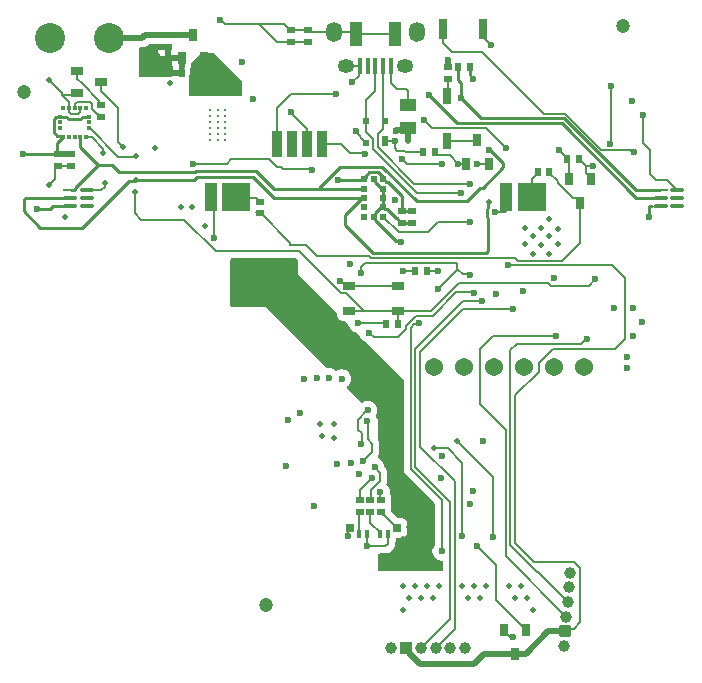
<source format=gbr>
%TF.GenerationSoftware,KiCad,Pcbnew,9.0.6*%
%TF.CreationDate,2025-12-03T15:23:28+01:00*%
%TF.ProjectId,Spinmodule,5370696e-6d6f-4647-956c-652e6b696361,rev?*%
%TF.SameCoordinates,Original*%
%TF.FileFunction,Copper,L1,Top*%
%TF.FilePolarity,Positive*%
%FSLAX46Y46*%
G04 Gerber Fmt 4.6, Leading zero omitted, Abs format (unit mm)*
G04 Created by KiCad (PCBNEW 9.0.6) date 2025-12-03 15:23:28*
%MOMM*%
%LPD*%
G01*
G04 APERTURE LIST*
G04 Aperture macros list*
%AMRoundRect*
0 Rectangle with rounded corners*
0 $1 Rounding radius*
0 $2 $3 $4 $5 $6 $7 $8 $9 X,Y pos of 4 corners*
0 Add a 4 corners polygon primitive as box body*
4,1,4,$2,$3,$4,$5,$6,$7,$8,$9,$2,$3,0*
0 Add four circle primitives for the rounded corners*
1,1,$1+$1,$2,$3*
1,1,$1+$1,$4,$5*
1,1,$1+$1,$6,$7*
1,1,$1+$1,$8,$9*
0 Add four rect primitives between the rounded corners*
20,1,$1+$1,$2,$3,$4,$5,0*
20,1,$1+$1,$4,$5,$6,$7,0*
20,1,$1+$1,$6,$7,$8,$9,0*
20,1,$1+$1,$8,$9,$2,$3,0*%
%AMRotRect*
0 Rectangle, with rotation*
0 The origin of the aperture is its center*
0 $1 length*
0 $2 width*
0 $3 Rotation angle, in degrees counterclockwise*
0 Add horizontal line*
21,1,$1,$2,0,0,$3*%
%AMFreePoly0*
4,1,7,0.580000,-0.250000,0.500000,-0.250000,0.500000,-0.500000,0.000000,-0.500000,0.000000,0.000000,0.580000,0.000000,0.580000,-0.250000,0.580000,-0.250000,$1*%
G04 Aperture macros list end*
%TA.AperFunction,SMDPad,CuDef*%
%ADD10R,0.800000X1.700000*%
%TD*%
%TA.AperFunction,SMDPad,CuDef*%
%ADD11R,1.050000X0.650000*%
%TD*%
%TA.AperFunction,SMDPad,CuDef*%
%ADD12R,2.329990X2.380010*%
%TD*%
%TA.AperFunction,SMDPad,CuDef*%
%ADD13R,1.100000X2.380010*%
%TD*%
%TA.AperFunction,SMDPad,CuDef*%
%ADD14R,0.660000X0.660000*%
%TD*%
%TA.AperFunction,SMDPad,CuDef*%
%ADD15R,0.400000X0.800000*%
%TD*%
%TA.AperFunction,ComponentPad*%
%ADD16C,2.540000*%
%TD*%
%TA.AperFunction,SMDPad,CuDef*%
%ADD17R,0.450000X0.350000*%
%TD*%
%TA.AperFunction,SMDPad,CuDef*%
%ADD18R,0.350000X0.450000*%
%TD*%
%TA.AperFunction,ComponentPad*%
%ADD19C,0.250000*%
%TD*%
%TA.AperFunction,SMDPad,CuDef*%
%ADD20R,1.308720X0.292470*%
%TD*%
%TA.AperFunction,SMDPad,CuDef*%
%ADD21RoundRect,0.146235X-0.508125X-0.000010X0.508125X-0.000010X0.508125X0.000010X-0.508125X0.000010X0*%
%TD*%
%TA.AperFunction,SMDPad,CuDef*%
%ADD22C,0.450000*%
%TD*%
%TA.AperFunction,SMDPad,CuDef*%
%ADD23R,0.500000X0.500000*%
%TD*%
%TA.AperFunction,SMDPad,CuDef*%
%ADD24FreePoly0,90.000000*%
%TD*%
%TA.AperFunction,SMDPad,CuDef*%
%ADD25R,0.700000X1.000000*%
%TD*%
%TA.AperFunction,SMDPad,CuDef*%
%ADD26R,0.700000X0.600000*%
%TD*%
%TA.AperFunction,SMDPad,CuDef*%
%ADD27R,0.600000X0.700000*%
%TD*%
%TA.AperFunction,ComponentPad*%
%ADD28C,1.540000*%
%TD*%
%TA.AperFunction,SMDPad,CuDef*%
%ADD29C,1.200000*%
%TD*%
%TA.AperFunction,SMDPad,CuDef*%
%ADD30R,1.450000X1.000000*%
%TD*%
%TA.AperFunction,SMDPad,CuDef*%
%ADD31R,0.750000X1.350000*%
%TD*%
%TA.AperFunction,SMDPad,CuDef*%
%ADD32R,0.900000X2.200000*%
%TD*%
%TA.AperFunction,SMDPad,CuDef*%
%ADD33R,0.400000X1.350000*%
%TD*%
%TA.AperFunction,ComponentPad*%
%ADD34O,1.325000X1.700000*%
%TD*%
%TA.AperFunction,ComponentPad*%
%ADD35O,1.400000X1.150000*%
%TD*%
%TA.AperFunction,SMDPad,CuDef*%
%ADD36R,1.100000X2.100000*%
%TD*%
%TA.AperFunction,SMDPad,CuDef*%
%ADD37R,0.600000X0.900000*%
%TD*%
%TA.AperFunction,SMDPad,CuDef*%
%ADD38R,0.600000X0.500000*%
%TD*%
%TA.AperFunction,SMDPad,CuDef*%
%ADD39R,1.000000X0.700000*%
%TD*%
%TA.AperFunction,ComponentPad*%
%ADD40C,1.000000*%
%TD*%
%TA.AperFunction,ComponentPad*%
%ADD41R,1.000000X1.000000*%
%TD*%
%TA.AperFunction,ComponentPad*%
%ADD42RotRect,1.000000X1.000000X85.000000*%
%TD*%
%TA.AperFunction,ViaPad*%
%ADD43C,0.600000*%
%TD*%
%TA.AperFunction,ViaPad*%
%ADD44C,0.500000*%
%TD*%
%TA.AperFunction,Conductor*%
%ADD45C,0.200000*%
%TD*%
%TA.AperFunction,Conductor*%
%ADD46C,0.500000*%
%TD*%
%TA.AperFunction,Conductor*%
%ADD47C,0.250000*%
%TD*%
G04 APERTURE END LIST*
D10*
%TO.P,S1,2,2*%
%TO.N,/logic/ESP32_EN*%
X155149260Y-78859370D03*
%TO.P,S1,1,1*%
%TO.N,GND*%
X158549260Y-78859370D03*
%TD*%
D11*
%TO.P,S2,1,1*%
%TO.N,GND*%
X147234240Y-100614370D03*
X151384240Y-100614370D03*
%TO.P,S2,3,3*%
%TO.N,/logic/FREQ*%
X147234240Y-102764370D03*
X151384240Y-102764370D03*
%TD*%
D12*
%TO.P,D5,1,K*%
%TO.N,Net-(D5-K)*%
X137682750Y-93125380D03*
D13*
%TO.P,D5,2,A*%
%TO.N,VCC*%
X135507740Y-93125380D03*
%TD*%
D14*
%TO.P,D4,6,K*%
%TO.N,GND*%
X147291260Y-121120390D03*
D15*
%TO.P,D4,2,K*%
X150521260Y-121690390D03*
%TO.P,D4,3,A*%
%TO.N,Net-(D4-A-Pad3)*%
X149841260Y-121690390D03*
%TO.P,D4,4,K*%
%TO.N,GND*%
X148781260Y-121690390D03*
D14*
%TO.P,D4,1,A*%
%TO.N,Net-(D4-A-Pad1)*%
X151331260Y-121120390D03*
D15*
%TO.P,D4,5,A*%
%TO.N,Net-(D4-A-Pad5)*%
X148101260Y-121690390D03*
%TD*%
D12*
%TO.P,D3,1,K*%
%TO.N,Net-(D3-K)*%
X162682750Y-93125380D03*
D13*
%TO.P,D3,2,A*%
%TO.N,VCC*%
X160507740Y-93125380D03*
%TD*%
D16*
%TO.P,BT1,2,-*%
%TO.N,GND*%
X121892160Y-79689360D03*
%TO.P,BT1,1,+*%
%TO.N,BAT+*%
X126892160Y-79689360D03*
%TD*%
D17*
%TO.P,U11,16,ADC1*%
%TO.N,unconnected-(U11-ADC1-Pad16)*%
X122767950Y-87303600D03*
%TO.P,U11,15,ADC2*%
%TO.N,unconnected-(U11-ADC2-Pad15)*%
X122767950Y-86803600D03*
%TO.P,U11,14,Vdd*%
%TO.N,VCC*%
X122767950Y-86303600D03*
D18*
%TO.P,U11,13,ADC3*%
%TO.N,unconnected-(U11-ADC3-Pad13)*%
X122992950Y-85578600D03*
%TO.P,U11,12,GND*%
%TO.N,GND*%
X123492950Y-85578600D03*
%TO.P,U11,11,INT1*%
%TO.N,Net-(U11-INT1)*%
X123992950Y-85578600D03*
%TO.P,U11,10,RES*%
%TO.N,GND*%
X124492950Y-85578600D03*
%TO.P,U11,9,INT2*%
%TO.N,unconnected-(U11-INT2-Pad9)*%
X124992950Y-85578600D03*
D17*
%TO.P,U11,8,CS*%
%TO.N,VCC*%
X125217950Y-86303600D03*
%TO.P,U11,7,SDO/SA0*%
%TO.N,unconnected-(U11-SDO{slash}SA0-Pad7)*%
X125217950Y-86803600D03*
%TO.P,U11,6,SDA/SDI/SDO*%
%TO.N,/logic/SDA*%
X125217950Y-87303600D03*
D18*
%TO.P,U11,5,GND*%
%TO.N,GND*%
X124992950Y-88028600D03*
%TO.P,U11,4,SCL/SPC*%
%TO.N,/logic/SCL*%
X124492950Y-88028600D03*
%TO.P,U11,3,NC*%
%TO.N,unconnected-(U11-NC-Pad3)*%
X123992950Y-88028600D03*
%TO.P,U11,2,NC*%
%TO.N,unconnected-(U11-NC-Pad2)*%
X123492950Y-88028600D03*
%TO.P,U11,1,Vdd_IO*%
%TO.N,VCC*%
X122992950Y-88028600D03*
%TD*%
D19*
%TO.P,U10,21,PGND*%
%TO.N,GND*%
X135492950Y-85728600D03*
X136692950Y-85728600D03*
X136092950Y-85728600D03*
X135492950Y-86238600D03*
X136692950Y-86238600D03*
X136092950Y-86238600D03*
X135492950Y-86748600D03*
X135492950Y-87258600D03*
X135492950Y-87768600D03*
X136692950Y-86748600D03*
X136692950Y-87258600D03*
X136692950Y-87768600D03*
X136692950Y-88278600D03*
X136092950Y-88278600D03*
X136092950Y-86748600D03*
X136092950Y-87258600D03*
X135492950Y-88278600D03*
X136092950Y-87768600D03*
%TD*%
D20*
%TO.P,U8,1,SCL*%
%TO.N,/logic/SCL_1*%
X173616240Y-92553600D03*
D21*
%TO.P,U8,2,SDA*%
%TO.N,/logic/SDA_1*%
X173616240Y-93203600D03*
%TO.P,U8,3,VDD*%
%TO.N,VCC*%
X173616240Y-93853600D03*
%TO.P,U8,4,INT*%
%TO.N,unconnected-(U8-INT-Pad4)*%
X175019660Y-93853600D03*
%TO.P,U8,5,NC*%
%TO.N,unconnected-(U8-NC-Pad5)*%
X175019660Y-93203600D03*
%TO.P,U8,6,GND*%
%TO.N,GND*%
X175019660Y-92553600D03*
%TD*%
D20*
%TO.P,U7,1,SCL*%
%TO.N,/logic/SCL*%
X123616240Y-92553600D03*
D21*
%TO.P,U7,2,SDA*%
%TO.N,/logic/SDA*%
X123616240Y-93203600D03*
%TO.P,U7,3,VDD*%
%TO.N,VCC*%
X123616240Y-93853600D03*
%TO.P,U7,4,INT*%
%TO.N,unconnected-(U7-INT-Pad4)*%
X125019660Y-93853600D03*
%TO.P,U7,5,NC*%
%TO.N,unconnected-(U7-NC-Pad5)*%
X125019660Y-93203600D03*
%TO.P,U7,6,GND*%
%TO.N,GND*%
X125019660Y-92553600D03*
%TD*%
D22*
%TO.P,U6,1,AVDDVCSEL*%
%TO.N,VCC*%
X150117950Y-91603600D03*
D23*
%TO.P,U6,12,GND4*%
%TO.N,GND*%
X149317950Y-91603600D03*
%TO.P,U6,6,GND3*%
X149317950Y-94803600D03*
%TO.P,U6,11,AVDD*%
%TO.N,VCC*%
X148517950Y-91603600D03*
%TO.P,U6,10,SCL*%
%TO.N,/logic/SCL*%
X148517950Y-92403600D03*
%TO.P,U6,9,SDA*%
%TO.N,/logic/SDA*%
X148517950Y-93203600D03*
%TO.P,U6,8,NC*%
%TO.N,unconnected-(U6-NC-Pad8)*%
X148517950Y-94003600D03*
%TO.P,U6,7,GPIO1*%
%TO.N,unconnected-(U6-GPIO1-Pad7)*%
X148517950Y-94803600D03*
%TO.P,U6,5,~{XSHUT}*%
%TO.N,SMPS_EN*%
X150117950Y-94803600D03*
%TO.P,U6,4,GND2*%
%TO.N,GND*%
X150117950Y-94003600D03*
%TO.P,U6,3,GND*%
X150117950Y-93203600D03*
%TO.P,U6,2,AVSSVCSEL*%
X150117950Y-92403600D03*
D24*
%TO.P,U6,1,AVDDVCSEL*%
%TO.N,VCC*%
X149867950Y-91853600D03*
%TD*%
D25*
%TO.P,U3,3,VIN*%
%TO.N,BAT+*%
X134025430Y-79375550D03*
%TO.P,U3,2,VOUT*%
%TO.N,VCC*%
X134975430Y-81375550D03*
%TO.P,U3,1,VSS*%
%TO.N,GND*%
X133075430Y-81375550D03*
%TD*%
D26*
%TO.P,R23,1,1*%
%TO.N,/logic/BLUE*%
X149942950Y-118803600D03*
%TO.P,R23,2,2*%
%TO.N,Net-(D4-A-Pad1)*%
X149942950Y-119803600D03*
%TD*%
%TO.P,R22,1,1*%
%TO.N,/logic/RED*%
X149042950Y-118803600D03*
%TO.P,R22,2,2*%
%TO.N,Net-(D4-A-Pad3)*%
X149042950Y-119803600D03*
%TD*%
%TO.P,R21,1,1*%
%TO.N,/logic/LIGHT_GND*%
X139692950Y-94503600D03*
%TO.P,R21,2,2*%
%TO.N,Net-(D5-K)*%
X139692950Y-93503600D03*
%TD*%
%TO.P,R20,1,1*%
%TO.N,/logic/GREEN*%
X148142950Y-118803600D03*
%TO.P,R20,2,2*%
%TO.N,Net-(D4-A-Pad5)*%
X148142950Y-119803600D03*
%TD*%
D27*
%TO.P,R13,1,1*%
%TO.N,/logic/LIGHT_GND*%
X164192950Y-91003600D03*
%TO.P,R13,2,2*%
%TO.N,Net-(D3-K)*%
X163192950Y-91003600D03*
%TD*%
%TO.P,R12,1,1*%
%TO.N,/logic/FREQ*%
X151392950Y-103903600D03*
%TO.P,R12,2,2*%
%TO.N,VCC*%
X150392950Y-103903600D03*
%TD*%
D26*
%TO.P,R1,2,2*%
%TO.N,Net-(D1-A)*%
X155592950Y-83103600D03*
%TO.P,R1,1,1*%
%TO.N,VCC*%
X155592950Y-82103600D03*
%TD*%
D25*
%TO.P,Q4,3,D*%
%TO.N,/logic/LIGHT_GND*%
X166792950Y-93603600D03*
%TO.P,Q4,2,S*%
%TO.N,GND*%
X165842950Y-91603600D03*
%TO.P,Q4,1,G*%
%TO.N,/logic/EN_LIGHT*%
X167742950Y-91603600D03*
%TD*%
%TO.P,Q3,3,D*%
%TO.N,PGND*%
X161292950Y-131803600D03*
%TO.P,Q3,2,S*%
%TO.N,GND*%
X160342950Y-129803600D03*
%TO.P,Q3,1,G*%
%TO.N,SMPS_EN*%
X162242950Y-129803600D03*
%TD*%
%TO.P,Q1,3,D*%
%TO.N,Net-(D1-K)*%
X158092950Y-88303600D03*
%TO.P,Q1,2,S*%
%TO.N,GND*%
X159042950Y-90303600D03*
%TO.P,Q1,1,G*%
%TO.N,/logic/IR_TX*%
X157142950Y-90303600D03*
%TD*%
D28*
%TO.P,P3,1,1*%
%TO.N,/logic/ESP32_EN*%
X167092950Y-107503600D03*
%TO.P,P3,5,5*%
%TO.N,VCC*%
X156932950Y-107503600D03*
%TO.P,P3,2,2*%
%TO.N,/logic/ESP32_IO0*%
X164552950Y-107503600D03*
%TO.P,P3,3,3*%
%TO.N,/logic/ESP32_U0RXD*%
X162012950Y-107503600D03*
%TO.P,P3,4,4*%
%TO.N,Net-(P3-Pad4)*%
X159472950Y-107503600D03*
%TO.P,P3,6,6*%
%TO.N,GND*%
X154392950Y-107503600D03*
%TD*%
D29*
%TO.P,FD5,*%
%TO.N,*%
X170392950Y-78603600D03*
%TD*%
%TO.P,FD2,*%
%TO.N,*%
X119692950Y-84203600D03*
%TD*%
%TO.P,FD1,*%
%TO.N,*%
X140192950Y-127703600D03*
%TD*%
D30*
%TO.P,F1,2,2*%
%TO.N,/power/fuse*%
X152192950Y-85353600D03*
%TO.P,F1,1,1*%
%TO.N,+5*%
X152192950Y-87253600D03*
%TD*%
D26*
%TO.P,C41,2,2*%
%TO.N,VCC*%
X152592950Y-94303600D03*
%TO.P,C41,1,1*%
%TO.N,GND*%
X152592950Y-95303600D03*
%TD*%
%TO.P,C3,2,2*%
%TO.N,BAT+*%
X131892950Y-79403600D03*
%TO.P,C3,1,1*%
%TO.N,GND*%
X131892950Y-80403600D03*
%TD*%
D27*
%TO.P,C2,2,2*%
%TO.N,VCC*%
X134092950Y-82603600D03*
%TO.P,C2,1,1*%
%TO.N,GND*%
X133092950Y-82603600D03*
%TD*%
D26*
%TO.P,C42,1,1*%
%TO.N,GND*%
X122592950Y-90503600D03*
%TO.P,C42,2,2*%
%TO.N,VCC*%
X122592950Y-89503600D03*
%TD*%
%TO.P,R35,1,1*%
%TO.N,Net-(U11-INT1)*%
X126192950Y-86303600D03*
%TO.P,R35,2,2*%
%TO.N,Net-(Q5-G)*%
X126192950Y-85303600D03*
%TD*%
%TO.P,C40,1,1*%
%TO.N,GND*%
X151692950Y-95303600D03*
%TO.P,C40,2,2*%
%TO.N,VCC*%
X151692950Y-94303600D03*
%TD*%
%TO.P,C60,1,1*%
%TO.N,GND*%
X142292950Y-79003600D03*
%TO.P,C60,2,2*%
X142292950Y-80003600D03*
%TD*%
D31*
%TO.P,D1,1,A*%
%TO.N,Net-(D1-A)*%
X155559230Y-84539370D03*
%TO.P,D1,2,K*%
%TO.N,Net-(D1-K)*%
X155559230Y-88339360D03*
%TD*%
D27*
%TO.P,R34,1,1*%
%TO.N,GND*%
X153492950Y-89303600D03*
%TO.P,R34,2,2*%
%TO.N,/logic/IR_TX*%
X154492950Y-89303600D03*
%TD*%
D32*
%TO.P,U1,1,GND*%
%TO.N,PGND*%
X141153520Y-88661390D03*
%TO.P,U1,2,NC*%
%TO.N,unconnected-(U1-NC-Pad2)*%
X142423520Y-88661390D03*
%TO.P,U1,3,VS*%
%TO.N,VCC*%
X143693520Y-88661390D03*
%TO.P,U1,4,OUT*%
%TO.N,/logic/IR_RX*%
X144963520Y-88661390D03*
%TD*%
D27*
%TO.P,R29,1,1*%
%TO.N,CRG_STDBY*%
X153792960Y-99403600D03*
%TO.P,R29,2,2*%
%TO.N,VCC*%
X152792970Y-99403600D03*
%TD*%
D33*
%TO.P,USB1,1,VCC*%
%TO.N,/power/fuse*%
X150744950Y-82053600D03*
%TO.P,USB1,2,D-*%
%TO.N,D_N*%
X150094950Y-82053600D03*
%TO.P,USB1,3,D+*%
%TO.N,D_P*%
X149444950Y-82053600D03*
%TO.P,USB1,4,ID*%
%TO.N,unconnected-(USB1-ID-Pad4)*%
X148794940Y-82053600D03*
%TO.P,USB1,5,GND*%
%TO.N,GND*%
X148144950Y-82053600D03*
D34*
%TO.P,USB1,6,SHIELD*%
X152944950Y-79153600D03*
D35*
X151944950Y-82053600D03*
D36*
X151094940Y-79353600D03*
X147794950Y-79353600D03*
D35*
X146944950Y-82053600D03*
D34*
X145944940Y-79153600D03*
%TD*%
D27*
%TO.P,R33,1,1*%
%TO.N,GND*%
X165692950Y-89903600D03*
%TO.P,R33,2,2*%
%TO.N,/logic/EN_LIGHT*%
X166692950Y-89903600D03*
%TD*%
D37*
%TO.P,U2,1,GND*%
%TO.N,GND*%
X150292940Y-88353590D03*
D38*
%TO.P,U2,2,I/O_1*%
%TO.N,D_N*%
X150292940Y-86653620D03*
%TO.P,U2,3,I/O_2*%
%TO.N,D_P*%
X148692950Y-86653620D03*
%TO.P,U2,4,Vcc*%
%TO.N,+5*%
X148692950Y-88553590D03*
%TD*%
D39*
%TO.P,Q5,1,G*%
%TO.N,Net-(Q5-G)*%
X124192950Y-82453600D03*
%TO.P,Q5,2,S*%
%TO.N,GND*%
X124192950Y-84353600D03*
%TO.P,Q5,3,D*%
%TO.N,/logic/FREQ*%
X126192950Y-83403600D03*
%TD*%
D27*
%TO.P,R31,1,1*%
%TO.N,VCC*%
X157492930Y-82103610D03*
%TO.P,R31,2,2*%
%TO.N,/logic/SCL_1*%
X156492930Y-82103610D03*
%TD*%
D26*
%TO.P,C43,1,1*%
%TO.N,VCC*%
X123692950Y-89503600D03*
%TO.P,C43,2,2*%
%TO.N,GND*%
X123692950Y-90503600D03*
%TD*%
%TO.P,R40,1,1*%
%TO.N,GND*%
X143792950Y-80003600D03*
%TO.P,R40,2,2*%
X143792950Y-79003600D03*
%TD*%
D40*
%TO.P,P2,1,M1*%
%TO.N,/power/ENCB-M1*%
X150809280Y-131289340D03*
D41*
%TO.P,P2,2,GND*%
%TO.N,PGND*%
X152059260Y-131289340D03*
D40*
%TO.P,P2,3,ENC1*%
%TO.N,ENCB-OUTB*%
X153309250Y-131289340D03*
%TO.P,P2,4,ENC2*%
%TO.N,ENCB-OUTA*%
X154559280Y-131289340D03*
%TO.P,P2,5,VCC*%
%TO.N,VCC*%
X155809270Y-131289340D03*
%TO.P,P2,6,M2*%
%TO.N,/power/ENCB-M2*%
X157059250Y-131289340D03*
%TD*%
%TO.P,P1,1,M1*%
%TO.N,/power/ENCA-M1*%
X165410160Y-131141660D03*
D42*
%TO.P,P1,2,GND*%
%TO.N,PGND*%
X165519130Y-129896460D03*
D40*
%TO.P,P1,3,ENC1*%
%TO.N,ENCA-OUTB*%
X165628090Y-128651200D03*
%TO.P,P1,4,ENC2*%
%TO.N,ENCA-OUTA*%
X165737008Y-127405940D03*
%TO.P,P1,5,VCC*%
%TO.N,VCC*%
X165845970Y-126160730D03*
%TO.P,P1,6,M2*%
%TO.N,/power/ENCA-M2*%
X165954890Y-124915470D03*
%TD*%
D43*
%TO.N,NRF_CE*%
X148892950Y-104603600D03*
X157819410Y-101277040D03*
%TO.N,/logic/SCL_1*%
X156692930Y-84703610D03*
%TO.N,/logic/SDA_1*%
X153988950Y-84503610D03*
%TO.N,Net-(P3-Pad4)*%
X169349140Y-88603580D03*
X159676970Y-101295600D03*
X169392930Y-83703610D03*
D44*
%TO.N,MB_CW*%
X154396920Y-114403570D03*
D43*
X156817950Y-121819660D03*
D44*
%TO.N,MA_CW*%
X156392960Y-113803580D03*
D43*
X159392950Y-121903590D03*
%TO.N,/logic/ESP32_U0RXD*%
X162000660Y-101095860D03*
%TO.N,/logic/ESP32_IO0*%
X164592940Y-99961590D03*
%TO.N,/logic/ESP32_EN*%
X171359260Y-89299370D03*
D44*
%TO.N,+12*%
X140309270Y-101089350D03*
X151809270Y-122089360D03*
X141309270Y-101089350D03*
X153309300Y-123089360D03*
X154809270Y-124089360D03*
X142309270Y-101089350D03*
X152309300Y-123089360D03*
X151809270Y-124089360D03*
X152809270Y-122089360D03*
X138309280Y-101089350D03*
X139309270Y-101089350D03*
X153309300Y-121089360D03*
X152309300Y-121089360D03*
X153809270Y-122089360D03*
X152809270Y-124089360D03*
X153809270Y-124089360D03*
D43*
%TO.N,VCC*%
X143092960Y-111432590D03*
X170792930Y-107603590D03*
X145492950Y-108403590D03*
X151805410Y-99416050D03*
X147992950Y-103803600D03*
X119592950Y-89503600D03*
X155592960Y-81503620D03*
X159592950Y-94403600D03*
D44*
X136892950Y-82603600D03*
D43*
X172587190Y-94789190D03*
X157692930Y-83103610D03*
X120792950Y-94103600D03*
X157692930Y-118003620D03*
X142292950Y-85903600D03*
X135792950Y-96603600D03*
X154980510Y-116916040D03*
X146203390Y-115689170D03*
X146292950Y-91703590D03*
X151092950Y-93382080D03*
X169692960Y-102503570D03*
%TO.N,SMPS_EN*%
X153192960Y-103818380D03*
X148269480Y-99527060D03*
X155092940Y-123103580D03*
X157446950Y-99703600D03*
X158092950Y-122703600D03*
X154792950Y-100903600D03*
X157446950Y-95207600D03*
X133986070Y-90286990D03*
X144092950Y-90803600D03*
D44*
%TO.N,/logic/SDA*%
X159063930Y-93549590D03*
X129192950Y-91703600D03*
X129181500Y-89653600D03*
D43*
%TO.N,/logic/SCL*%
X159092930Y-89103600D03*
%TO.N,/logic/RED*%
X149392970Y-116003620D03*
%TO.N,PGND*%
X153592960Y-86603580D03*
X160692920Y-98907600D03*
X146092950Y-84403580D03*
X160492920Y-89003570D03*
%TO.N,/logic/MISO*%
X148226380Y-114037030D03*
X148815990Y-111184480D03*
%TO.N,/logic/IR_TX*%
X156492930Y-90303600D03*
%TO.N,/logic/IR_RX*%
X148573920Y-89449600D03*
%TO.N,/logic/GREEN*%
X149180480Y-116891150D03*
%TO.N,GND*%
X158592950Y-113803580D03*
D44*
X131065960Y-81330590D03*
D43*
X147359470Y-115670120D03*
D44*
X126592950Y-91903600D03*
X158309290Y-127089350D03*
D43*
X172092950Y-86203580D03*
D44*
X162809300Y-128089350D03*
X164192940Y-97903580D03*
D43*
X157471950Y-119103590D03*
X147480530Y-83416070D03*
X151092940Y-88403580D03*
D44*
X145992930Y-113503600D03*
D43*
X142092960Y-112006580D03*
D44*
X156809260Y-126089350D03*
X162092970Y-95703590D03*
X121792950Y-92103600D03*
X144792930Y-112330580D03*
X154309290Y-127089350D03*
X164892970Y-97103580D03*
D43*
X146592930Y-108503610D03*
D44*
X162792950Y-97903580D03*
X126439260Y-89409370D03*
X144938530Y-113358000D03*
D43*
X158092930Y-90303600D03*
D44*
X145992930Y-112303600D03*
X162792950Y-96403610D03*
D43*
X147141260Y-121855270D03*
D44*
X163492970Y-95703590D03*
X153309300Y-127089350D03*
X152809270Y-126089350D03*
X132992950Y-94003600D03*
D43*
X138192950Y-81703600D03*
D44*
X154809270Y-126089350D03*
D43*
X144492960Y-108403590D03*
D44*
X157309290Y-127089350D03*
X164892970Y-95803610D03*
D43*
X170792930Y-106703620D03*
D44*
X161309280Y-127089350D03*
X162092970Y-97103580D03*
X158809310Y-126089350D03*
X153809270Y-126089350D03*
X132092950Y-83503600D03*
D43*
X147292950Y-98803600D03*
D44*
X160809310Y-126089350D03*
D43*
X143392930Y-108503610D03*
D44*
X164192940Y-95003610D03*
X161809300Y-126089350D03*
D43*
X151592950Y-96903600D03*
D44*
X152309300Y-127089350D03*
D43*
X171230930Y-104903620D03*
X144292950Y-119303600D03*
X155092940Y-115057570D03*
X171192930Y-85003580D03*
D44*
X151809270Y-126089350D03*
X121792950Y-83203600D03*
D43*
X171230930Y-102503620D03*
X161092920Y-130403590D03*
D44*
X134992950Y-95603600D03*
X157809310Y-126089350D03*
X123192950Y-94803600D03*
X164192940Y-96403610D03*
D43*
X139092950Y-84853600D03*
X146466170Y-100251930D03*
X148064450Y-116596460D03*
X159249260Y-80259370D03*
X164992930Y-89103580D03*
X136280530Y-78116070D03*
X141892960Y-115903600D03*
X148781240Y-122691900D03*
D44*
X151809270Y-128089350D03*
X163492970Y-97203610D03*
X130792950Y-89003600D03*
D43*
X171992930Y-103703620D03*
D44*
X162309280Y-127089350D03*
X133892950Y-94003600D03*
%TO.N,/logic/FREQ*%
X129092950Y-92703600D03*
D43*
X168092960Y-100057600D03*
D44*
X128092950Y-88903600D03*
D43*
%TO.N,ENCB-OUTB*%
X158492930Y-101949600D03*
%TO.N,ENCB-OUTA*%
X161092920Y-102603600D03*
%TO.N,ENCA-OUTB*%
X164792940Y-104903620D03*
%TO.N,ENCA-OUTA*%
X167392940Y-105103620D03*
%TO.N,D_N*%
X157492950Y-92003600D03*
%TO.N,D_P*%
X156692950Y-92803600D03*
%TO.N,/logic/CSN*%
X148791800Y-112102490D03*
X148392950Y-115503600D03*
%TO.N,CRG_STDBY*%
X151692950Y-89903600D03*
X154792960Y-99403600D03*
X155092940Y-90357600D03*
%TO.N,/logic/BLUE*%
X149892950Y-118103590D03*
%TO.N,+5*%
X147792920Y-87503600D03*
X151192970Y-87503600D03*
%TO.N,/logic/EN_LIGHT*%
X167892960Y-90503600D03*
%TD*%
D45*
%TO.N,/logic/ESP32_EN*%
X155939260Y-80839370D02*
X155149260Y-80049370D01*
X168537482Y-89104580D02*
X165545522Y-86112620D01*
X165545522Y-86112620D02*
X163762510Y-86112620D01*
X155939260Y-80869370D02*
X155939260Y-80839370D01*
X171209260Y-89299370D02*
X171014470Y-89104580D01*
X163762510Y-86112620D02*
X158519260Y-80869370D01*
X155149260Y-80049370D02*
X155149260Y-78959370D01*
X158519260Y-80869370D02*
X155939260Y-80869370D01*
X171359260Y-89299370D02*
X171209260Y-89299370D01*
X171014470Y-89104580D02*
X168537482Y-89104580D01*
%TO.N,GND*%
X159249260Y-80259370D02*
X158805400Y-79815510D01*
X158581040Y-79591150D02*
X158461040Y-79591150D01*
X159249260Y-80259370D02*
X158581040Y-79591150D01*
X158805400Y-79815510D02*
X158805400Y-79591150D01*
%TO.N,Net-(P3-Pad4)*%
X169371040Y-83725510D02*
X169392930Y-83703610D01*
X169349140Y-88603580D02*
X169371040Y-88581680D01*
X169371040Y-88581680D02*
X169371040Y-83725510D01*
D46*
%TO.N,VCC*%
X155592960Y-82103590D02*
X155592950Y-82103600D01*
X155592960Y-81503620D02*
X155592960Y-82103590D01*
D45*
%TO.N,GND*%
X126439260Y-89040590D02*
X125467950Y-88069280D01*
X126439260Y-89409370D02*
X126439260Y-89040590D01*
X125467950Y-88069280D02*
X125033630Y-88069280D01*
X125033630Y-88069280D02*
X124992950Y-88028600D01*
X172751094Y-91191204D02*
X173219260Y-91659370D01*
X173219260Y-91659370D02*
X174125430Y-91659370D01*
X172751094Y-90404600D02*
X172751094Y-91191204D01*
X172691930Y-89122040D02*
X172691930Y-90345436D01*
X172092950Y-88523060D02*
X172691930Y-89122040D01*
X172092950Y-86203580D02*
X172092950Y-88523060D01*
X172691930Y-90345436D02*
X172751094Y-90404600D01*
X174125430Y-91659370D02*
X175019660Y-92553600D01*
%TO.N,/logic/FREQ*%
X148508490Y-102764380D02*
X148709260Y-102764380D01*
%TO.N,GND*%
X147234240Y-100614370D02*
X151384240Y-100614370D01*
%TO.N,Net-(U11-INT1)*%
X125918690Y-86103600D02*
X125992950Y-86103600D01*
X125992950Y-86103600D02*
X126192950Y-86303600D01*
X124193680Y-85053600D02*
X125292210Y-85053600D01*
X123992950Y-85578600D02*
X124017950Y-85553600D01*
X124017950Y-85229340D02*
X124193680Y-85053600D01*
X125505450Y-85690360D02*
X125505450Y-85266840D01*
X125292210Y-85053600D02*
X125505450Y-85266840D01*
X125505450Y-85690360D02*
X125918690Y-86103600D01*
X124017950Y-85553600D02*
X124017950Y-85229340D01*
%TO.N,Net-(Q5-G)*%
X124192950Y-83103600D02*
X124580810Y-83491470D01*
X124605080Y-83491470D02*
X126092950Y-84979340D01*
X124580810Y-83491470D02*
X124605080Y-83491470D01*
X124192950Y-83103600D02*
X124192950Y-82453600D01*
X126092950Y-85202920D02*
X126092950Y-84979340D01*
%TO.N,NRF_CE*%
X152881280Y-103164380D02*
X154348080Y-103164380D01*
X154348080Y-103164380D02*
X156308860Y-101203600D01*
X149341470Y-105003600D02*
X151367240Y-105003600D01*
X151367240Y-105003600D02*
X152042950Y-104327880D01*
X152042950Y-104002710D02*
X152881280Y-103164380D01*
X152042950Y-104327880D02*
X152042950Y-104002710D01*
X148941470Y-104603600D02*
X149341470Y-105003600D01*
X148892950Y-104603600D02*
X148941470Y-104603600D01*
X156308860Y-101203600D02*
X157745970Y-101203600D01*
X157745970Y-101203600D02*
X157819410Y-101277040D01*
D47*
%TO.N,/logic/SCL_1*%
X156692930Y-84703610D02*
X156692930Y-83447780D01*
X156492930Y-83247780D02*
X156492930Y-82103610D01*
X171539590Y-92553580D02*
X173568640Y-92553580D01*
X156492930Y-83247780D02*
X156692930Y-83447780D01*
X158417950Y-86428620D02*
X165414630Y-86428620D01*
X165414630Y-86428620D02*
X171539590Y-92553580D01*
X156692930Y-84703610D02*
X158417950Y-86428620D01*
%TO.N,/logic/SDA_1*%
X156363950Y-86878610D02*
X165228200Y-86878610D01*
X153988950Y-84503610D02*
X156363950Y-86878610D01*
X171553250Y-93203620D02*
X173568640Y-93203620D01*
X165228200Y-86878610D02*
X171553250Y-93203620D01*
D45*
%TO.N,Net-(D4-A-Pad5)*%
X148101280Y-119845270D02*
X148142940Y-119803610D01*
X148101280Y-121790400D02*
X148101280Y-119845270D01*
%TO.N,Net-(D4-A-Pad3)*%
X149841230Y-121790400D02*
X149841230Y-121490380D01*
X149042960Y-120692060D02*
X149841230Y-121490380D01*
X149042960Y-120692060D02*
X149042960Y-119803610D01*
%TO.N,Net-(D4-A-Pad1)*%
X150142930Y-120003610D02*
X150214460Y-120003610D01*
X150214460Y-120003610D02*
X151331250Y-121120400D01*
X149942930Y-119803610D02*
X150142930Y-120003610D01*
%TO.N,MB_CW*%
X156817950Y-121819660D02*
X156817950Y-115628620D01*
X154396920Y-114403570D02*
X155592960Y-114403570D01*
X155592960Y-114403570D02*
X156817950Y-115628620D01*
%TO.N,MA_CW*%
X159392950Y-121903590D02*
X159392950Y-116803620D01*
X156392960Y-113803580D02*
X159392950Y-116803620D01*
D46*
%TO.N,/power/fuse*%
X151820090Y-85103610D02*
X152070130Y-85353590D01*
D45*
X152075810Y-84003600D02*
X152192970Y-84120760D01*
D46*
X152070130Y-85353590D02*
X152192970Y-85353590D01*
D45*
X150744950Y-83455600D02*
X150744950Y-82053600D01*
X150744950Y-83455600D02*
X151292950Y-84003600D01*
X152192970Y-85353590D02*
X152192970Y-84120760D01*
X151292950Y-84003600D02*
X152075810Y-84003600D01*
%TO.N,Net-(D1-K)*%
X155559230Y-88339360D02*
X157807180Y-88339360D01*
X157807180Y-88339360D02*
X157842940Y-88303600D01*
%TO.N,VCC*%
X142292950Y-86003570D02*
X143667910Y-87378530D01*
D47*
X151717960Y-94328610D02*
X152567940Y-94328610D01*
X124468250Y-86528600D02*
X124693250Y-86303600D01*
D46*
X122692950Y-89503600D02*
X123692950Y-89503600D01*
D47*
X119592950Y-89503600D02*
X122592940Y-89503600D01*
X150172060Y-91603620D02*
X150397060Y-91828620D01*
X146342940Y-91653610D02*
X148467950Y-91653610D01*
D45*
X150292950Y-103803600D02*
X150392970Y-103903620D01*
D47*
X122867950Y-86303600D02*
X123292640Y-86303600D01*
X121887660Y-94103600D02*
X122137650Y-93853600D01*
X120792950Y-94103600D02*
X121887660Y-94103600D01*
X159592950Y-94403600D02*
X159659910Y-94336630D01*
X148642960Y-91478600D02*
X148642960Y-91318990D01*
D45*
X152780520Y-99416050D02*
X152792970Y-99403600D01*
X135709230Y-93379330D02*
X135792950Y-93463050D01*
D47*
X157492930Y-82808920D02*
X157492930Y-82103610D01*
X148517940Y-91603620D02*
X148642960Y-91478600D01*
X150117940Y-91603620D02*
X150172060Y-91603620D01*
X149702550Y-91028620D02*
X150072730Y-91398790D01*
X122942950Y-87928600D02*
X122992950Y-87978600D01*
X122533330Y-87928600D02*
X122942950Y-87928600D01*
D45*
X147992950Y-103803600D02*
X150292950Y-103803600D01*
D47*
X122992950Y-88078600D02*
X122992950Y-88028600D01*
X122217950Y-86493980D02*
X122408330Y-86303600D01*
D45*
X135709230Y-93379330D02*
X135709230Y-93189340D01*
D47*
X172606790Y-93853600D02*
X172873340Y-93853600D01*
X122492950Y-89403600D02*
X122492950Y-88578600D01*
D45*
X143667910Y-88635730D02*
X143667910Y-87378530D01*
D47*
X125117950Y-86303600D02*
X125217950Y-86303600D01*
X125117950Y-86303600D02*
X125117950Y-86303600D01*
X148933330Y-91028620D02*
X149702550Y-91028620D01*
X152567940Y-94328610D02*
X152592940Y-94353610D01*
X148642960Y-91318990D02*
X148933330Y-91028620D01*
X148467950Y-91653610D02*
X148517940Y-91603620D01*
X151692950Y-94303600D02*
X151692950Y-93019010D01*
X122217950Y-87613220D02*
X122533330Y-87928600D01*
X122217950Y-87613220D02*
X122217950Y-86493980D01*
X172587190Y-94789190D02*
X172587190Y-93873210D01*
X122992950Y-88028600D02*
X122992950Y-87978600D01*
X151692950Y-94303600D02*
X151717960Y-94328610D01*
D45*
X159592950Y-94403600D02*
X160409230Y-94403600D01*
D47*
X122867950Y-86303600D02*
X122867950Y-86303600D01*
D46*
X122592940Y-89503600D02*
X122592950Y-89503600D01*
X122592950Y-89503600D02*
X122642950Y-89503600D01*
D45*
X142292950Y-86003570D02*
X142292950Y-85903600D01*
X160409230Y-94403600D02*
X160709230Y-94103600D01*
D47*
X122408330Y-86303600D02*
X122867950Y-86303600D01*
X150117940Y-91603620D02*
X150117940Y-91549520D01*
X123517640Y-86528600D02*
X124468250Y-86528600D01*
D45*
X143667910Y-88635730D02*
X143693520Y-88661390D01*
D47*
X172587190Y-93873210D02*
X172606790Y-93853600D01*
X123292640Y-86303600D02*
X123517640Y-86528600D01*
X124693250Y-86303600D02*
X125117950Y-86303600D01*
D46*
X122642950Y-89503600D02*
X122692950Y-89453600D01*
D47*
X122492950Y-88578600D02*
X122992950Y-88078600D01*
X173020660Y-93853600D02*
X173040320Y-93873210D01*
X122137650Y-93853600D02*
X123568640Y-93853600D01*
X146292950Y-91703590D02*
X146342940Y-91653610D01*
X150079690Y-91565370D02*
X150117940Y-91603620D01*
D45*
X151805410Y-99416050D02*
X152780520Y-99416050D01*
X135792950Y-96603600D02*
X135792950Y-93463050D01*
D47*
X122492950Y-89403600D02*
X122592950Y-89503600D01*
X150397060Y-91828620D02*
X150502560Y-91828620D01*
D45*
X160709230Y-94103600D02*
X160709230Y-93189340D01*
D47*
X150502560Y-91828620D02*
X151692950Y-93019010D01*
X125217950Y-86303600D02*
X125217950Y-86303600D01*
D45*
%TO.N,SMPS_EN*%
X134002680Y-90303600D02*
X136861330Y-90303600D01*
X161992950Y-129553610D02*
X162042930Y-129553610D01*
X137261330Y-89903600D02*
X140421470Y-89903600D01*
X154788950Y-95207600D02*
X157446950Y-95207600D01*
X133986070Y-90286990D02*
X134002680Y-90303600D01*
X162042930Y-129553610D02*
X162242930Y-129753610D01*
X136861330Y-90303600D02*
X137261330Y-89903600D01*
X157400950Y-99657600D02*
X157446950Y-99703600D01*
X148269480Y-99027020D02*
X148592920Y-98703580D01*
X162242930Y-129803590D02*
X162242930Y-129753610D01*
X144016410Y-90727060D02*
X144092950Y-90803600D01*
X152442950Y-116153580D02*
X155092940Y-118803620D01*
X156492950Y-99303600D02*
X156846950Y-99657600D01*
X152442950Y-116153580D02*
X152442950Y-104168390D01*
X155092940Y-123103580D02*
X155092940Y-118803620D01*
X141492940Y-90603600D02*
X141616410Y-90727060D01*
X159692930Y-127253590D02*
X159692930Y-124303590D01*
X158092950Y-122703600D02*
X159692930Y-124303590D01*
X156275790Y-98703580D02*
X156392950Y-98820740D01*
X148269480Y-99527060D02*
X148269480Y-99027020D01*
X159692930Y-127253590D02*
X161992950Y-129553610D01*
X141616410Y-90727060D02*
X144016410Y-90727060D01*
X141121470Y-90603600D02*
X141492940Y-90603600D01*
X150117940Y-94803610D02*
X151417920Y-96103600D01*
X156392950Y-99303600D02*
X156392950Y-98820740D01*
X153116430Y-103894910D02*
X153192960Y-103818380D01*
X153892950Y-96103600D02*
X154788950Y-95207600D01*
X152442950Y-104168390D02*
X152716430Y-103894910D01*
X156846950Y-99657600D02*
X157400950Y-99657600D01*
X152716430Y-103894910D02*
X153116430Y-103894910D01*
X140421470Y-89903600D02*
X141121470Y-90603600D01*
X148592920Y-98703580D02*
X156275790Y-98703580D01*
X154792950Y-100903600D02*
X156392950Y-99303600D01*
X151417920Y-96103600D02*
X153892950Y-96103600D01*
X156392950Y-99303600D02*
X156492950Y-99303600D01*
D47*
%TO.N,/logic/SDA*%
X139092940Y-91403600D02*
X140892960Y-93203620D01*
X158821500Y-97828600D02*
X158967950Y-97682150D01*
X134392950Y-91403600D02*
X139092940Y-91403600D01*
X158967950Y-97682150D02*
X158967950Y-94868980D01*
D45*
X125217950Y-87303600D02*
X125267950Y-87303600D01*
D47*
X134092940Y-91703600D02*
X134392950Y-91403600D01*
X159016090Y-93597420D02*
X159063930Y-93549590D01*
X119684640Y-94319000D02*
X119684640Y-93350070D01*
X158913950Y-94814980D02*
X158913950Y-94122350D01*
X148392920Y-93328640D02*
X148517940Y-93203620D01*
X124603420Y-95703590D02*
X128567950Y-91739060D01*
X119684640Y-93350070D02*
X119831090Y-93203620D01*
D45*
X127667950Y-89703600D02*
X129131510Y-89703600D01*
D47*
X119831090Y-93203620D02*
X123568640Y-93203620D01*
X146892950Y-94668990D02*
X148233310Y-93328640D01*
X146892950Y-95489360D02*
X149232190Y-97828600D01*
X158913950Y-94122350D02*
X159016090Y-94020200D01*
X159016090Y-94020200D02*
X159016090Y-93597420D01*
X129192950Y-91703600D02*
X134092940Y-91703600D01*
X158913950Y-94814980D02*
X158967950Y-94868980D01*
X146892950Y-95489360D02*
X146892950Y-94668990D01*
X121069230Y-95703590D02*
X124603420Y-95703590D01*
X149232190Y-97828600D02*
X158821500Y-97828600D01*
D45*
X129131510Y-89703600D02*
X129181500Y-89653600D01*
D47*
X128567950Y-91739060D02*
X129157490Y-91739060D01*
X129157490Y-91739060D02*
X129192950Y-91703600D01*
X119684640Y-94319000D02*
X121069230Y-95703590D01*
X140892960Y-93203620D02*
X148517940Y-93203620D01*
X148233310Y-93328640D02*
X148392920Y-93328640D01*
D45*
X125267950Y-87303600D02*
X127667950Y-89703600D01*
D47*
%TO.N,/logic/SCL*%
X124040320Y-92532350D02*
X124040320Y-92353380D01*
X123666230Y-92553580D02*
X124019080Y-92553580D01*
X125992970Y-90403620D02*
X127201250Y-90403620D01*
X159152570Y-89103600D02*
X160262620Y-90213650D01*
X124290050Y-92103590D02*
X124292950Y-92103590D01*
X127201250Y-90403620D02*
X127769480Y-90971860D01*
X124492950Y-88903600D02*
X125992970Y-90403620D01*
X160262620Y-90600650D02*
X160262620Y-90213650D01*
X124019080Y-92553580D02*
X124040320Y-92532350D01*
X140892960Y-92403620D02*
X144705450Y-92403620D01*
X124040320Y-92353380D02*
X124290050Y-92103590D01*
X124292950Y-92103590D02*
X125992970Y-90403620D01*
X139392940Y-90903600D02*
X140892960Y-92403620D01*
X146457700Y-90578630D02*
X150052610Y-90578630D01*
X124492950Y-88903600D02*
X124492950Y-88028600D01*
X127769480Y-90971860D02*
X134224690Y-90971860D01*
X157200780Y-93482600D02*
X158354780Y-92328590D01*
X144705450Y-92330820D02*
X146457700Y-90578630D01*
X150052610Y-90578630D02*
X152956580Y-93482600D01*
X144705450Y-92403620D02*
X148517940Y-92403620D01*
X152956580Y-93482600D02*
X157200780Y-93482600D01*
X144705450Y-92403620D02*
X144705450Y-92330820D01*
X159092930Y-89103600D02*
X159152570Y-89103600D01*
X158534680Y-92328590D02*
X160262620Y-90600650D01*
X158354780Y-92328590D02*
X158534680Y-92328590D01*
X134292950Y-90903600D02*
X139392940Y-90903600D01*
X134224690Y-90971860D02*
X134292950Y-90903600D01*
D45*
%TO.N,/logic/RED*%
X149392970Y-116003620D02*
X149846970Y-116457620D01*
X149075780Y-117920760D02*
X149846970Y-117149620D01*
X149846970Y-117149620D02*
X149846970Y-116457620D01*
X149042960Y-118803620D02*
X149075780Y-118770750D01*
X149075780Y-118770750D02*
X149075780Y-117920760D01*
%TO.N,PGND*%
X170576930Y-105144510D02*
X170576930Y-99987600D01*
X142317860Y-84403580D02*
X146092950Y-84403580D01*
D46*
X152059260Y-131289340D02*
X152309250Y-131539380D01*
D45*
X163292970Y-107903610D02*
X163292970Y-107174020D01*
X165762660Y-129652920D02*
X166243640Y-129652920D01*
X154292940Y-87303600D02*
X158792950Y-87303600D01*
X164509380Y-105957620D02*
X169763820Y-105957620D01*
D46*
X153239400Y-132639400D02*
X157800070Y-132639400D01*
D45*
X170193840Y-105527600D02*
X170576930Y-105144510D01*
X169763820Y-105957620D02*
X170193840Y-105527600D01*
D46*
X158635830Y-131803590D02*
X162192960Y-131803590D01*
D45*
X162892970Y-124003610D02*
X166250750Y-124003610D01*
X161292920Y-109903610D02*
X163292970Y-107903610D01*
X160692930Y-98907590D02*
X169496970Y-98907590D01*
X160692920Y-98907600D02*
X160692930Y-98907590D01*
X161292920Y-122403610D02*
X162892970Y-124003610D01*
D46*
X164100090Y-129896460D02*
X165519130Y-129896460D01*
D45*
X141153520Y-88661390D02*
X141153520Y-85567920D01*
D46*
X152309250Y-131709200D02*
X152309250Y-131539380D01*
D45*
X158792950Y-87303600D02*
X160492920Y-89003570D01*
X165519130Y-129896460D02*
X165762660Y-129652920D01*
X166808890Y-129087620D02*
X166808890Y-124561750D01*
D46*
X157800070Y-132639400D02*
X158635830Y-131803590D01*
D45*
X166250750Y-124003610D02*
X166808890Y-124561750D01*
D46*
X162192960Y-131803590D02*
X164100090Y-129896460D01*
D45*
X161292920Y-122403610D02*
X161292920Y-109903610D01*
X163292970Y-107174020D02*
X164509380Y-105957620D01*
X153592960Y-86603580D02*
X154292940Y-87303600D01*
D46*
X152309250Y-131709200D02*
X153239400Y-132639400D01*
D45*
X166243640Y-129652920D02*
X166808890Y-129087620D01*
X141153520Y-85567920D02*
X142317860Y-84403580D01*
X169496970Y-98907590D02*
X170576930Y-99987600D01*
%TO.N,/logic/MISO*%
X147992920Y-112841700D02*
X147992920Y-111976450D01*
X147992920Y-111976450D02*
X148784900Y-111184480D01*
X148226380Y-114037030D02*
X148292950Y-113970470D01*
X148784900Y-111184480D02*
X148815990Y-111184480D01*
X147992920Y-112841700D02*
X148292950Y-113141730D01*
X148292950Y-113970470D02*
X148292950Y-113141730D01*
%TO.N,/logic/IR_TX*%
X154692950Y-89553600D02*
X155742940Y-89553600D01*
X156492930Y-90303600D02*
X157142970Y-90303600D01*
X154492950Y-89353600D02*
X154492950Y-89303600D01*
X155742940Y-89553600D02*
X156492930Y-90303600D01*
X154492950Y-89353600D02*
X154692950Y-89553600D01*
%TO.N,/logic/IR_RX*%
X147326120Y-89404230D02*
X148528560Y-89404230D01*
X148528560Y-89404230D02*
X148573920Y-89449600D01*
X144963520Y-88661390D02*
X146583330Y-88661390D01*
X146583330Y-88661390D02*
X147326120Y-89404230D01*
%TO.N,/logic/GREEN*%
X149180480Y-116916040D02*
X149180480Y-116891150D01*
X148192920Y-118753580D02*
X148192920Y-117903590D01*
X148142940Y-118803620D02*
X148192920Y-118753580D01*
X148192920Y-117903590D02*
X149180480Y-116916040D01*
%TO.N,GND*%
X139592950Y-78498100D02*
X141098440Y-80003600D01*
D47*
X130792950Y-89003600D02*
X130840780Y-88955770D01*
D45*
X142292950Y-79003600D02*
X143792950Y-79003600D01*
X123693680Y-86103600D02*
X124292210Y-86103600D01*
D47*
X149317940Y-94803610D02*
X149442960Y-94678600D01*
X150408340Y-94128610D02*
X151208330Y-94928600D01*
D45*
X158092930Y-90303600D02*
X159042940Y-90303600D01*
X147480530Y-83416070D02*
X148044950Y-82851650D01*
D47*
X149317940Y-94803610D02*
X149442940Y-94928610D01*
X151692950Y-95303600D02*
X151717950Y-95278590D01*
D45*
X147594950Y-79153600D02*
X147794950Y-79353600D01*
X145944940Y-79153600D02*
X147594950Y-79153600D01*
X160892920Y-130403590D02*
X161092920Y-130403590D01*
X142292950Y-80003600D02*
X142292950Y-80003600D01*
X142292950Y-79003600D02*
X142292950Y-79003600D01*
X165692950Y-89903600D02*
X165842930Y-90053580D01*
X126267960Y-92528590D02*
X126535550Y-92261000D01*
D47*
X149442940Y-95088230D02*
X149442940Y-94928610D01*
D45*
X122342940Y-91553600D02*
X122342940Y-90703600D01*
X151917820Y-89203580D02*
X152017840Y-89303600D01*
D47*
X149992920Y-92278600D02*
X150117940Y-92403620D01*
D45*
X122342940Y-90703600D02*
X122542940Y-90503600D01*
X125092230Y-92528590D02*
X126267960Y-92528590D01*
D47*
X149833360Y-92278600D02*
X149992920Y-92278600D01*
D45*
X143942950Y-79153600D02*
X145944940Y-79153600D01*
D47*
X151267940Y-94928600D02*
X151642940Y-95303600D01*
D45*
X139592950Y-78498100D02*
X141737450Y-78498100D01*
X147009230Y-100389370D02*
X147234230Y-100614370D01*
D47*
X149442960Y-94678600D02*
X149442960Y-94503590D01*
D45*
X146711850Y-100389370D02*
X147009230Y-100389370D01*
D47*
X150117940Y-93203620D02*
X150117940Y-92403620D01*
X151642940Y-95303600D02*
X151692950Y-95303600D01*
D45*
X165692950Y-89903600D02*
X165692950Y-89853600D01*
X148781240Y-122691900D02*
X148781240Y-121790400D01*
X141098440Y-80003600D02*
X142292950Y-80003600D01*
X124467950Y-85603600D02*
X124492950Y-85578600D01*
X124467950Y-85927860D02*
X124467950Y-85603600D01*
D47*
X150117940Y-93828610D02*
X150117940Y-93203620D01*
D45*
X160342960Y-129853580D02*
X160342960Y-129803590D01*
X151092940Y-89003600D02*
X151092940Y-88403580D01*
X123517950Y-85927860D02*
X123517950Y-85578600D01*
X125067240Y-92553580D02*
X125092230Y-92528590D01*
X150442960Y-88403580D02*
X151092940Y-88403580D01*
X141737450Y-78498100D02*
X142242950Y-79003600D01*
D47*
X150242940Y-94128610D02*
X150408340Y-94128610D01*
D45*
X164992930Y-89153580D02*
X164992930Y-89103580D01*
D47*
X152567940Y-95278590D02*
X152592940Y-95253590D01*
D45*
X126535550Y-92261000D02*
X126535550Y-91961000D01*
D47*
X149442960Y-91888200D02*
X149833360Y-92278600D01*
D45*
X148781240Y-122691900D02*
X150304630Y-122691900D01*
X142242950Y-79003600D02*
X142292950Y-79003600D01*
X150521240Y-122475290D02*
X150521240Y-121790400D01*
X121792950Y-92103600D02*
X122342940Y-91553600D01*
D47*
X149317940Y-91603620D02*
X149442960Y-91728640D01*
D45*
X160342960Y-129853580D02*
X160892920Y-130403590D01*
X147141260Y-121855270D02*
X147141260Y-121120400D01*
X123692940Y-90503600D02*
X123692950Y-90503600D01*
X152017840Y-89303600D02*
X153492950Y-89303600D01*
X165842930Y-91603620D02*
X165842930Y-90053580D01*
X121792950Y-83203600D02*
X122892950Y-84303600D01*
X124105440Y-84441100D02*
X124192950Y-84353600D01*
X151592950Y-96903600D02*
X151701190Y-96903600D01*
X151292930Y-89203580D02*
X151917820Y-89203580D01*
D47*
X151717950Y-95278590D02*
X152567940Y-95278590D01*
X151191350Y-96836630D02*
X151525980Y-96836630D01*
D45*
X147794950Y-79353600D02*
X151094940Y-79353600D01*
D47*
X150117940Y-94003620D02*
X150242940Y-94128610D01*
D45*
X146466170Y-100251930D02*
X146574410Y-100251930D01*
X164992930Y-89153580D02*
X165692950Y-89853600D01*
X136747020Y-78498100D02*
X139592950Y-78498100D01*
X122892950Y-84441100D02*
X122892950Y-84303600D01*
X146944950Y-82053600D02*
X148144950Y-82053600D01*
D46*
X160342960Y-129803590D02*
X160342960Y-129753610D01*
D47*
X151525980Y-96836630D02*
X151592950Y-96903600D01*
D45*
X123492950Y-85578600D02*
X123492950Y-85041100D01*
X122892950Y-84441100D02*
X123492950Y-85041100D01*
D47*
X149442960Y-91888200D02*
X149442960Y-91728640D01*
D45*
X124292210Y-86103600D02*
X124467950Y-85927860D01*
X143792950Y-79003600D02*
X143942950Y-79153600D01*
X123692950Y-90503600D02*
X123742950Y-90503600D01*
X122892950Y-84441100D02*
X124105440Y-84441100D01*
X136280530Y-78116070D02*
X136364980Y-78116070D01*
X123517950Y-85927860D02*
X123693680Y-86103600D01*
X146574410Y-100251930D02*
X146711850Y-100389370D01*
D47*
X151208330Y-94928600D02*
X151267940Y-94928600D01*
D45*
X136364980Y-78116070D02*
X136747020Y-78498100D01*
X122542940Y-90503600D02*
X122592950Y-90503600D01*
D47*
X149442940Y-95088230D02*
X151191350Y-96836630D01*
D45*
X122592950Y-90503600D02*
X123692940Y-90503600D01*
X151092940Y-89003600D02*
X151292930Y-89203580D01*
X148044950Y-82851650D02*
X148044950Y-82153600D01*
X150304630Y-122691900D02*
X150521240Y-122475290D01*
X126535550Y-91961000D02*
X126592950Y-91903600D01*
D47*
X149442960Y-94503590D02*
X150030440Y-93916110D01*
D45*
X142292950Y-80003600D02*
X143792950Y-80003600D01*
X148044950Y-82153600D02*
X148144950Y-82053600D01*
%TO.N,/logic/FREQ*%
X142992950Y-97703600D02*
X146557720Y-101268370D01*
X126192950Y-84103600D02*
X126192950Y-83403600D01*
X146557720Y-101268370D02*
X147012480Y-101268370D01*
X164322050Y-100615590D02*
X167534970Y-100615590D01*
X129617840Y-95028490D02*
X133292950Y-95028490D01*
X154182400Y-102764380D02*
X156543180Y-100403600D01*
X133292950Y-95028490D02*
X135968050Y-97703600D01*
X127662960Y-88473620D02*
X127662960Y-85573610D01*
X147012480Y-101268370D02*
X148508490Y-102764380D01*
X156543180Y-100403600D02*
X164110060Y-100403600D01*
X129092950Y-94503600D02*
X129617840Y-95028490D01*
X151384230Y-102764380D02*
X151392970Y-102773070D01*
X167534970Y-100615590D02*
X168092960Y-100057600D01*
X128092950Y-88903600D02*
X128092950Y-88903600D01*
X127662960Y-88473620D02*
X128092940Y-88903600D01*
X128092940Y-88903600D02*
X128092950Y-88903600D01*
X164110060Y-100403600D02*
X164322050Y-100615590D01*
X129092950Y-94503600D02*
X129092950Y-92703600D01*
X126060110Y-83270760D02*
X126192950Y-83403600D01*
X151392970Y-103903620D02*
X151392970Y-102773070D01*
X135968050Y-97703600D02*
X142992950Y-97703600D01*
X151384230Y-102764380D02*
X154182400Y-102764380D01*
X126192950Y-84103600D02*
X127662960Y-85573610D01*
%TO.N,ENCB-OUTB*%
X155763950Y-128834690D02*
X155763950Y-118908930D01*
X153309250Y-131289340D02*
X155763950Y-128834690D01*
X152842950Y-115987930D02*
X155763950Y-118908930D01*
X152842950Y-115987930D02*
X152842950Y-105953600D01*
X156846960Y-101949600D02*
X158492930Y-101949600D01*
X152842950Y-105953600D02*
X156846960Y-101949600D01*
%TO.N,ENCB-OUTA*%
X156892930Y-102603600D02*
X161092920Y-102603600D01*
X156163950Y-129684670D02*
X156163950Y-117174610D01*
X154559280Y-131289340D02*
X156163950Y-129684670D01*
X153268960Y-114279620D02*
X153268960Y-106227620D01*
X153268960Y-106227620D02*
X156892930Y-102603600D01*
X153268960Y-114279620D02*
X156163950Y-117174610D01*
%TO.N,ENCA-OUTB*%
X160492920Y-123516080D02*
X160492920Y-112858900D01*
X164742950Y-104853580D02*
X164792940Y-104903620D01*
X159442940Y-104853580D02*
X164742950Y-104853580D01*
X158292930Y-110658900D02*
X158292930Y-106003590D01*
X160492920Y-123516080D02*
X165628090Y-128651200D01*
X158292930Y-110658900D02*
X160492920Y-112858900D01*
X158292930Y-106003590D02*
X159442940Y-104853580D01*
%TO.N,ENCA-OUTA*%
X166857000Y-105557620D02*
X167311000Y-105103620D01*
X167311000Y-105103620D02*
X167392940Y-105103620D01*
X160888960Y-112689230D02*
X160892920Y-112693240D01*
X161438970Y-105557620D02*
X166857000Y-105557620D01*
X160888960Y-106107580D02*
X161438970Y-105557620D01*
X160892920Y-122569270D02*
X163180650Y-124856940D01*
X163180650Y-124856940D02*
X163188020Y-124856940D01*
X160892920Y-122569270D02*
X160892920Y-112693240D01*
X163188020Y-124856940D02*
X165737010Y-127405940D01*
X160888960Y-112689230D02*
X160888960Y-106107580D01*
%TO.N,D_N*%
X149692950Y-87779330D02*
X150092950Y-87379330D01*
X149692950Y-88927850D02*
X149692950Y-87779330D01*
X149692950Y-88927850D02*
X152768690Y-92003600D01*
X150094950Y-86503620D02*
X150094950Y-82053600D01*
X150092950Y-87379330D02*
X150092950Y-86803620D01*
X152768690Y-92003600D02*
X157492950Y-92003600D01*
X150092950Y-86803620D02*
X150242950Y-86653620D01*
X150242950Y-86653620D02*
X150244950Y-86653620D01*
X150244950Y-86653620D02*
X150292940Y-86653620D01*
X150094950Y-86503620D02*
X150244950Y-86653620D01*
%TO.N,D_P*%
X153003010Y-92803600D02*
X156692950Y-92803600D01*
X149292950Y-89093540D02*
X153003010Y-92803600D01*
X148692950Y-87579330D02*
X148692950Y-86653620D01*
X149444950Y-84140110D02*
X149444950Y-82053600D01*
X148692950Y-84892110D02*
X149444950Y-84140110D01*
X149292950Y-89093540D02*
X149292950Y-88179330D01*
X148692950Y-87579330D02*
X149292950Y-88179330D01*
X148692950Y-86653620D02*
X148692950Y-84892110D01*
%TO.N,/logic/CSN*%
X148827160Y-113629580D02*
X149192950Y-113995360D01*
X149192950Y-114703600D02*
X149192950Y-113995360D01*
X148827160Y-113629580D02*
X148827160Y-112137790D01*
X148392950Y-115503600D02*
X149192950Y-114703600D01*
X148791800Y-112102490D02*
X148827160Y-112137790D01*
%TO.N,CRG_STDBY*%
X152396060Y-90349620D02*
X155084960Y-90349620D01*
X152375080Y-90328580D02*
X152396060Y-90349570D01*
X152396060Y-90349620D02*
X152396060Y-90349570D01*
X151692950Y-89903600D02*
X152117930Y-90328580D01*
X155084960Y-90349620D02*
X155092940Y-90357600D01*
X153792960Y-99403600D02*
X154792960Y-99403600D01*
X152117930Y-90328580D02*
X152375080Y-90328580D01*
%TO.N,/logic/BLUE*%
X149892950Y-118753580D02*
X149942930Y-118803620D01*
X149892950Y-118753580D02*
X149892950Y-118103590D01*
D46*
%TO.N,BAT+*%
X129981630Y-79403590D02*
X131892930Y-79403590D01*
X134011390Y-79389570D02*
X134025410Y-79375550D01*
X126892180Y-79689340D02*
X129695830Y-79689340D01*
X131906950Y-79389570D02*
X134011390Y-79389570D01*
X131892930Y-79403590D02*
X131906950Y-79389570D01*
X129695830Y-79689340D02*
X129981630Y-79403590D01*
%TO.N,+5*%
X152192970Y-88403580D02*
X152192970Y-87503600D01*
D45*
X147869480Y-87730120D02*
X147869480Y-87580110D01*
X148642960Y-88553590D02*
X148692950Y-88553590D01*
X147869480Y-87730120D02*
X148492950Y-88353590D01*
X147792920Y-87503600D02*
X147869480Y-87580110D01*
D46*
X151192970Y-87503600D02*
X151212070Y-87484450D01*
D45*
X148492950Y-88403580D02*
X148492950Y-88353590D01*
D46*
X152173810Y-87484450D02*
X152192970Y-87503600D01*
X151212070Y-87484450D02*
X152173810Y-87484450D01*
X152192970Y-87503600D02*
X152192970Y-87253620D01*
D45*
X148492950Y-88403580D02*
X148642960Y-88553590D01*
%TO.N,/logic/EN_LIGHT*%
X167292960Y-91103600D02*
X167292960Y-90603620D01*
X167292960Y-90603620D02*
X167392940Y-90503600D01*
X166692950Y-89953600D02*
X166892950Y-90153600D01*
X166692950Y-89953600D02*
X166692950Y-89903600D01*
X167742950Y-91603620D02*
X167742950Y-91553580D01*
X166942950Y-90153600D02*
X167292940Y-90503600D01*
X167392940Y-90503600D02*
X167892960Y-90503600D01*
X166892950Y-90153600D02*
X166942950Y-90153600D01*
X167292940Y-90503600D02*
X167392940Y-90503600D01*
X167292960Y-91103600D02*
X167742950Y-91553580D01*
%TO.N,/logic/LIGHT_GND*%
X142243270Y-97203600D02*
X142243270Y-97003940D01*
X143592950Y-97203600D02*
X144538950Y-98149600D01*
X139742950Y-94503610D02*
X142243270Y-97003940D01*
X164880810Y-91915770D02*
X164880810Y-91741430D01*
X139392940Y-94403610D02*
X139418110Y-94428790D01*
X166792940Y-93603620D02*
X166792940Y-93453620D01*
X164880810Y-91915770D02*
X166168660Y-93203610D01*
X139392940Y-94403610D02*
X139443280Y-94403610D01*
X164192960Y-91053580D02*
X164880810Y-91741430D01*
X139692940Y-94503610D02*
X139742950Y-94503610D01*
X164192960Y-91053580D02*
X164192960Y-91003580D01*
X149056150Y-98253600D02*
X161313820Y-98253600D01*
X144538950Y-98149600D02*
X148952150Y-98149600D01*
X166792940Y-97003610D02*
X166792940Y-93603620D01*
X166168660Y-93203610D02*
X166542940Y-93203610D01*
X148952150Y-98149600D02*
X149056150Y-98253600D01*
X165288970Y-98507580D02*
X166792940Y-97003610D01*
X142243270Y-97203600D02*
X143592950Y-97203600D01*
X166542940Y-93203610D02*
X166792940Y-93453620D01*
X161567800Y-98507580D02*
X165288970Y-98507580D01*
X161313820Y-98253600D02*
X161567800Y-98507580D01*
%TO.N,Net-(D3-K)*%
X162682750Y-91563800D02*
X163192960Y-91053580D01*
X162682750Y-93125380D02*
X162682750Y-92730080D01*
X162485100Y-92927720D02*
X162682750Y-92730080D01*
X162459240Y-93189340D02*
X162459240Y-92953580D01*
X163192960Y-91053580D02*
X163192960Y-91003580D01*
X162682750Y-92730080D02*
X162682750Y-91563800D01*
X162682750Y-92730080D02*
X163209250Y-92203620D01*
X162459240Y-92953580D02*
X162485100Y-92927720D01*
%TO.N,Net-(D5-K)*%
X139642940Y-93503620D02*
X139692940Y-93503620D01*
X139328670Y-93189340D02*
X139642940Y-93503620D01*
X137459240Y-93189340D02*
X139328670Y-93189340D01*
%TO.N,Net-(D1-A)*%
X155592960Y-84505640D02*
X155592960Y-83103610D01*
X155559230Y-84539370D02*
X155592960Y-84505640D01*
%TO.N,/logic/FREQ*%
X148709260Y-102764380D02*
X151384230Y-102764380D01*
X147234240Y-102764370D02*
X148709250Y-102764370D01*
X148709250Y-102764370D02*
X148709260Y-102764380D01*
%TD*%
%TA.AperFunction,Conductor*%
%TO.N,GND*%
G36*
X131339528Y-80161908D02*
G01*
X131435467Y-80197691D01*
X131495077Y-80204100D01*
X131768952Y-80204099D01*
X131835989Y-80223783D01*
X131881744Y-80276587D01*
X131892950Y-80328099D01*
X131892950Y-80403600D01*
X132018950Y-80403600D01*
X132085989Y-80423285D01*
X132131744Y-80476089D01*
X132142950Y-80527600D01*
X132142950Y-81125550D01*
X132951430Y-81125550D01*
X133018469Y-81145235D01*
X133064224Y-81198039D01*
X133075430Y-81249550D01*
X133075430Y-81375550D01*
X133201430Y-81375550D01*
X133204644Y-81376493D01*
X133207905Y-81375719D01*
X133237943Y-81386271D01*
X133268469Y-81395235D01*
X133270661Y-81397765D01*
X133273825Y-81398877D01*
X133293392Y-81423997D01*
X133314224Y-81448039D01*
X133315312Y-81452139D01*
X133316760Y-81453998D01*
X133319176Y-81466693D01*
X133324922Y-81488336D01*
X133342442Y-81681268D01*
X133341990Y-81683555D01*
X133342950Y-81692482D01*
X133342950Y-82005530D01*
X133335132Y-82048863D01*
X133298859Y-82146117D01*
X133292450Y-82205727D01*
X133292450Y-82479602D01*
X133272767Y-82546639D01*
X133219963Y-82592394D01*
X133168451Y-82603600D01*
X133092950Y-82603600D01*
X133092950Y-82729600D01*
X133073265Y-82796639D01*
X133020461Y-82842394D01*
X132968950Y-82853600D01*
X132292950Y-82853600D01*
X132282973Y-82863576D01*
X132273265Y-82896639D01*
X132220461Y-82942394D01*
X132168950Y-82953600D01*
X129566950Y-82953600D01*
X129499911Y-82933915D01*
X129454156Y-82881111D01*
X129442950Y-82829600D01*
X129442950Y-81923394D01*
X132225430Y-81923394D01*
X132231831Y-81982922D01*
X132231833Y-81982929D01*
X132285176Y-82125949D01*
X132283088Y-82126727D01*
X132295321Y-82182977D01*
X132294927Y-82187375D01*
X132292950Y-82205764D01*
X132292950Y-82353600D01*
X132825430Y-82353600D01*
X132825430Y-81625550D01*
X132225430Y-81625550D01*
X132225430Y-81923394D01*
X129442950Y-81923394D01*
X129442950Y-80751444D01*
X131042950Y-80751444D01*
X131049351Y-80810972D01*
X131049353Y-80810979D01*
X131099595Y-80945686D01*
X131099599Y-80945693D01*
X131185759Y-81060787D01*
X131185762Y-81060790D01*
X131300856Y-81146950D01*
X131300863Y-81146954D01*
X131435570Y-81197196D01*
X131435577Y-81197198D01*
X131495105Y-81203599D01*
X131495122Y-81203600D01*
X131642950Y-81203600D01*
X131642950Y-80653600D01*
X131042950Y-80653600D01*
X131042950Y-80751444D01*
X129442950Y-80751444D01*
X129442950Y-80563840D01*
X129462635Y-80496801D01*
X129515439Y-80451046D01*
X129566950Y-80439840D01*
X129701450Y-80439840D01*
X129708273Y-80439840D01*
X129769673Y-80439846D01*
X129769673Y-80439845D01*
X129769682Y-80439846D01*
X129769691Y-80439844D01*
X129769730Y-80439840D01*
X129769748Y-80439840D01*
X129846830Y-80424507D01*
X129913475Y-80411256D01*
X129914547Y-80411058D01*
X129914669Y-80411018D01*
X129914679Y-80411017D01*
X129914688Y-80411012D01*
X129914725Y-80411001D01*
X129914743Y-80410998D01*
X129914770Y-80410986D01*
X129914957Y-80410927D01*
X129916028Y-80410465D01*
X129987574Y-80380830D01*
X130050119Y-80354929D01*
X130051133Y-80354527D01*
X130051250Y-80354461D01*
X130051266Y-80354455D01*
X130051279Y-80354445D01*
X130051301Y-80354432D01*
X130051325Y-80354424D01*
X130051361Y-80354399D01*
X130051637Y-80354246D01*
X130052852Y-80353403D01*
X130114608Y-80312139D01*
X130173737Y-80272638D01*
X130174162Y-80272360D01*
X130174191Y-80272335D01*
X130174195Y-80272333D01*
X130174198Y-80272329D01*
X130174239Y-80272295D01*
X130174246Y-80272291D01*
X130174254Y-80272282D01*
X130174328Y-80272221D01*
X130174889Y-80271647D01*
X130225109Y-80221427D01*
X130256145Y-80190397D01*
X130288960Y-80172484D01*
X130317469Y-80156921D01*
X130317471Y-80156920D01*
X130317476Y-80156920D01*
X130343815Y-80154090D01*
X131296195Y-80154090D01*
X131339528Y-80161908D01*
G37*
%TD.AperFunction*%
%TD*%
%TA.AperFunction,Conductor*%
%TO.N,VCC*%
G36*
X135858627Y-80973285D02*
G01*
X135879269Y-80989919D01*
X138156631Y-83267281D01*
X138190116Y-83328604D01*
X138192950Y-83354962D01*
X138192950Y-84454600D01*
X138173265Y-84521639D01*
X138120461Y-84567394D01*
X138068950Y-84578600D01*
X133816950Y-84578600D01*
X133749911Y-84558915D01*
X133704156Y-84506111D01*
X133692950Y-84454600D01*
X133692950Y-82858012D01*
X133704155Y-82806502D01*
X133757792Y-82689049D01*
X133777475Y-82622012D01*
X133797950Y-82479602D01*
X133797950Y-82276870D01*
X133805767Y-82233539D01*
X133808761Y-82225513D01*
X133832600Y-82138615D01*
X133840418Y-82095282D01*
X133840419Y-82095272D01*
X133848450Y-82005534D01*
X133848450Y-81899462D01*
X133868135Y-81832423D01*
X133884769Y-81811781D01*
X134706631Y-80989919D01*
X134767954Y-80956434D01*
X134794312Y-80953600D01*
X135791588Y-80953600D01*
X135858627Y-80973285D01*
G37*
%TD.AperFunction*%
%TD*%
%TA.AperFunction,Conductor*%
%TO.N,+12*%
G36*
X142759892Y-98323785D02*
G01*
X142780534Y-98340419D01*
X142906631Y-98466516D01*
X142940116Y-98527839D01*
X142942950Y-98554197D01*
X142942950Y-99703600D01*
X146172421Y-102933071D01*
X146205906Y-102994394D01*
X146208740Y-103020751D01*
X146208740Y-103137239D01*
X146208741Y-103137246D01*
X146215148Y-103196853D01*
X146265442Y-103331698D01*
X146265446Y-103331705D01*
X146351692Y-103446914D01*
X146351695Y-103446917D01*
X146466904Y-103533163D01*
X146466911Y-103533167D01*
X146511858Y-103549931D01*
X146601757Y-103583461D01*
X146661367Y-103589870D01*
X146777858Y-103589869D01*
X146844896Y-103609553D01*
X146865538Y-103626188D01*
X147183396Y-103944046D01*
X147216881Y-104005369D01*
X147217332Y-104007535D01*
X147223211Y-104037091D01*
X147223213Y-104037099D01*
X147283552Y-104182772D01*
X147283559Y-104182785D01*
X147371160Y-104313888D01*
X147371163Y-104313892D01*
X147482657Y-104425386D01*
X147482661Y-104425389D01*
X147613764Y-104512990D01*
X147613777Y-104512997D01*
X147681911Y-104541218D01*
X147759453Y-104573337D01*
X147789014Y-104579217D01*
X147850923Y-104611601D01*
X147852503Y-104613153D01*
X148138839Y-104899489D01*
X148165719Y-104939717D01*
X148183554Y-104982776D01*
X148183559Y-104982785D01*
X148271160Y-105113888D01*
X148271163Y-105113892D01*
X148382660Y-105225389D01*
X148513765Y-105312990D01*
X148513771Y-105312994D01*
X148513777Y-105312996D01*
X148513778Y-105312997D01*
X148556831Y-105330830D01*
X148597060Y-105357710D01*
X151806131Y-108566781D01*
X151839616Y-108628104D01*
X151842450Y-108654462D01*
X151842450Y-116074517D01*
X151842449Y-116232632D01*
X151842450Y-116232635D01*
X151842450Y-116232637D01*
X151843657Y-116237145D01*
X151843658Y-116237148D01*
X151851265Y-116265540D01*
X151851266Y-116265540D01*
X151883371Y-116385360D01*
X151883373Y-116385364D01*
X151962427Y-116522292D01*
X151962429Y-116522295D01*
X151962430Y-116522296D01*
X152048047Y-116607913D01*
X154428079Y-118987990D01*
X154456122Y-119016033D01*
X154489606Y-119077356D01*
X154492440Y-119103713D01*
X154492440Y-122523814D01*
X154472755Y-122590853D01*
X154471542Y-122592705D01*
X154383549Y-122724394D01*
X154383542Y-122724407D01*
X154323204Y-122870078D01*
X154323201Y-122870090D01*
X154292440Y-123024733D01*
X154292440Y-123182426D01*
X154323201Y-123337069D01*
X154323204Y-123337081D01*
X154383542Y-123482752D01*
X154383549Y-123482765D01*
X154471150Y-123613868D01*
X154471153Y-123613872D01*
X154582647Y-123725366D01*
X154582651Y-123725369D01*
X154713754Y-123812970D01*
X154713767Y-123812977D01*
X154859438Y-123873315D01*
X154859443Y-123873317D01*
X155014093Y-123904079D01*
X155014096Y-123904080D01*
X155014098Y-123904080D01*
X155039450Y-123904080D01*
X155106489Y-123923765D01*
X155152244Y-123976569D01*
X155163450Y-124028080D01*
X155163450Y-124679600D01*
X155143765Y-124746639D01*
X155090961Y-124792394D01*
X155039450Y-124803600D01*
X149816950Y-124803600D01*
X149749911Y-124783915D01*
X149704156Y-124731111D01*
X149692950Y-124679600D01*
X149692950Y-123416400D01*
X149712635Y-123349361D01*
X149765439Y-123303606D01*
X149816950Y-123292400D01*
X150217961Y-123292400D01*
X150217977Y-123292401D01*
X150225573Y-123292401D01*
X150383684Y-123292401D01*
X150383687Y-123292401D01*
X150536415Y-123251477D01*
X150586534Y-123222539D01*
X150673346Y-123172420D01*
X150785150Y-123060616D01*
X150785150Y-123060614D01*
X151001760Y-122844006D01*
X151080817Y-122707075D01*
X151121741Y-122554347D01*
X151121741Y-122431853D01*
X151141426Y-122364814D01*
X151146468Y-122357550D01*
X151165056Y-122332721D01*
X151215351Y-122197873D01*
X151221760Y-122138263D01*
X151221760Y-122074889D01*
X151241445Y-122007850D01*
X151294249Y-121962095D01*
X151345760Y-121950889D01*
X151709131Y-121950889D01*
X151709132Y-121950889D01*
X151768743Y-121944481D01*
X151903591Y-121894186D01*
X152018806Y-121807936D01*
X152105056Y-121692721D01*
X152155351Y-121557873D01*
X152161760Y-121498263D01*
X152161759Y-120742518D01*
X152155351Y-120682907D01*
X152105056Y-120548059D01*
X152105055Y-120548058D01*
X152105053Y-120548054D01*
X152018807Y-120432845D01*
X152018804Y-120432842D01*
X151903595Y-120346596D01*
X151903588Y-120346592D01*
X151768742Y-120296298D01*
X151768743Y-120296298D01*
X151709143Y-120289891D01*
X151709141Y-120289890D01*
X151709133Y-120289890D01*
X151709125Y-120289890D01*
X151401338Y-120289890D01*
X151334299Y-120270205D01*
X151313657Y-120253571D01*
X150829768Y-119769682D01*
X150796283Y-119708359D01*
X150793449Y-119682001D01*
X150793449Y-119455729D01*
X150793448Y-119455723D01*
X150787041Y-119396117D01*
X150787040Y-119396114D01*
X150768697Y-119346934D01*
X150763712Y-119277243D01*
X150768697Y-119260265D01*
X150787039Y-119211088D01*
X150787038Y-119211088D01*
X150787041Y-119211083D01*
X150793450Y-119151473D01*
X150793449Y-118455728D01*
X150787041Y-118396117D01*
X150736746Y-118261269D01*
X150718183Y-118236472D01*
X150693766Y-118171008D01*
X150693450Y-118162162D01*
X150693450Y-118024745D01*
X150693449Y-118024743D01*
X150662687Y-117870093D01*
X150662685Y-117870088D01*
X150602347Y-117724417D01*
X150602340Y-117724404D01*
X150514739Y-117593301D01*
X150514736Y-117593297D01*
X150434893Y-117513454D01*
X150427204Y-117499372D01*
X150415531Y-117488365D01*
X150410803Y-117469337D01*
X150401408Y-117452131D01*
X150402360Y-117435356D01*
X150398684Y-117420557D01*
X150404618Y-117395605D01*
X150404854Y-117391456D01*
X150403921Y-117391206D01*
X150404961Y-117387323D01*
X150405116Y-117386838D01*
X150405172Y-117385865D01*
X150406651Y-117381513D01*
X150407563Y-117377612D01*
X150427531Y-117303090D01*
X150447279Y-117229401D01*
X150447464Y-117228731D01*
X150447470Y-117228691D01*
X150447470Y-117165451D01*
X150447473Y-117070582D01*
X150447471Y-117070577D01*
X150447472Y-117063006D01*
X150447470Y-117062956D01*
X150447470Y-116546679D01*
X150447471Y-116546666D01*
X150447471Y-116378565D01*
X150447471Y-116378563D01*
X150406547Y-116225835D01*
X150377426Y-116175396D01*
X150339178Y-116109148D01*
X150327492Y-116088907D01*
X150327491Y-116088906D01*
X150327490Y-116088904D01*
X150227542Y-115988956D01*
X150194058Y-115927633D01*
X150193607Y-115925466D01*
X150180668Y-115860418D01*
X150162707Y-115770123D01*
X150149896Y-115739195D01*
X150102367Y-115624447D01*
X150102360Y-115624434D01*
X150014759Y-115493331D01*
X150014756Y-115493327D01*
X149903262Y-115381833D01*
X149903254Y-115381827D01*
X149772151Y-115294227D01*
X149772148Y-115294225D01*
X149769494Y-115293126D01*
X149768317Y-115292177D01*
X149766771Y-115291351D01*
X149766927Y-115291057D01*
X149753930Y-115280582D01*
X149735747Y-115272279D01*
X149727281Y-115259106D01*
X149715092Y-115249283D01*
X149708780Y-115230317D01*
X149697973Y-115213501D01*
X149694009Y-115185933D01*
X149693029Y-115182988D01*
X149692950Y-115178566D01*
X149692950Y-115071800D01*
X149709563Y-115009800D01*
X149722842Y-114986800D01*
X149737896Y-114960726D01*
X149752527Y-114935385D01*
X149793451Y-114782657D01*
X149793451Y-114624543D01*
X149793451Y-114616948D01*
X149793450Y-114616930D01*
X149793450Y-114074416D01*
X149793452Y-114074409D01*
X149793450Y-113957928D01*
X149793450Y-113916303D01*
X149793450Y-113916300D01*
X149793449Y-113916294D01*
X149774076Y-113843999D01*
X149774075Y-113843996D01*
X149763109Y-113803071D01*
X149752527Y-113763576D01*
X149752119Y-113762676D01*
X149750534Y-113760123D01*
X149720808Y-113708636D01*
X149720806Y-113708633D01*
X149709561Y-113689155D01*
X149692950Y-113627158D01*
X149692950Y-111953600D01*
X149545881Y-111806531D01*
X149541804Y-111800527D01*
X149538191Y-111798099D01*
X149522515Y-111772126D01*
X149519727Y-111768020D01*
X149519384Y-111767226D01*
X149501194Y-111723311D01*
X149498991Y-111720015D01*
X149495093Y-111710989D01*
X149491439Y-111681222D01*
X149485328Y-111651866D01*
X149487181Y-111646535D01*
X149486581Y-111641640D01*
X149494859Y-111624461D01*
X149505827Y-111592927D01*
X149513167Y-111581942D01*
X149525384Y-111563659D01*
X149585727Y-111417977D01*
X149616490Y-111263322D01*
X149616490Y-111105638D01*
X149616490Y-111105635D01*
X149616489Y-111105633D01*
X149585728Y-110950990D01*
X149585727Y-110950983D01*
X149538000Y-110835759D01*
X149525387Y-110805307D01*
X149525380Y-110805294D01*
X149437779Y-110674191D01*
X149437776Y-110674187D01*
X149326282Y-110562693D01*
X149326278Y-110562690D01*
X149195175Y-110475089D01*
X149195162Y-110475082D01*
X149049491Y-110414744D01*
X149049479Y-110414741D01*
X148894835Y-110383980D01*
X148894832Y-110383980D01*
X148737148Y-110383980D01*
X148737145Y-110383980D01*
X148582500Y-110414741D01*
X148582488Y-110414744D01*
X148436817Y-110475082D01*
X148436801Y-110475091D01*
X148388117Y-110507620D01*
X148321439Y-110528497D01*
X148254059Y-110510011D01*
X148231547Y-110492198D01*
X147067105Y-109327757D01*
X147033620Y-109266434D01*
X147038604Y-109196742D01*
X147080476Y-109140809D01*
X147085884Y-109136981D01*
X147103219Y-109125399D01*
X147214719Y-109013899D01*
X147302324Y-108882789D01*
X147362667Y-108737107D01*
X147393430Y-108582452D01*
X147393430Y-108424768D01*
X147393430Y-108424765D01*
X147393429Y-108424763D01*
X147362668Y-108270120D01*
X147362667Y-108270113D01*
X147320987Y-108169487D01*
X147302327Y-108124437D01*
X147302320Y-108124424D01*
X147214719Y-107993321D01*
X147214716Y-107993317D01*
X147103222Y-107881823D01*
X147103218Y-107881820D01*
X146972115Y-107794219D01*
X146972102Y-107794212D01*
X146826431Y-107733874D01*
X146826419Y-107733871D01*
X146671775Y-107703110D01*
X146671772Y-107703110D01*
X146514088Y-107703110D01*
X146514085Y-107703110D01*
X146359440Y-107733871D01*
X146359428Y-107733874D01*
X146213758Y-107794212D01*
X146213744Y-107794220D01*
X146179611Y-107817026D01*
X146112933Y-107837902D01*
X146045553Y-107819416D01*
X146023042Y-107801603D01*
X146003242Y-107781803D01*
X146003238Y-107781800D01*
X145872135Y-107694199D01*
X145872122Y-107694192D01*
X145726451Y-107633854D01*
X145726439Y-107633851D01*
X145571795Y-107603090D01*
X145571792Y-107603090D01*
X145414108Y-107603090D01*
X145414107Y-107603090D01*
X145408045Y-107603687D01*
X145407783Y-107601034D01*
X145349654Y-107595789D01*
X145307459Y-107568114D01*
X142722127Y-104982785D01*
X140192940Y-102453600D01*
X137316950Y-102453600D01*
X137249911Y-102433915D01*
X137204156Y-102381111D01*
X137192950Y-102329600D01*
X137192950Y-98428100D01*
X137212635Y-98361061D01*
X137265439Y-98315306D01*
X137316950Y-98304100D01*
X142692853Y-98304100D01*
X142759892Y-98323785D01*
G37*
%TD.AperFunction*%
%TD*%
M02*

</source>
